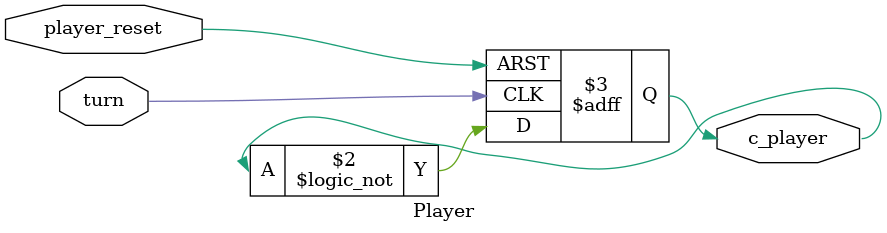
<source format=v>
module Player(	input turn, player_reset,
					output reg c_player);
					
always @(posedge turn, posedge player_reset)
	if (player_reset)
		c_player <= 0;
	else if (turn)
		c_player <= !c_player;
		
endmodule
							

</source>
